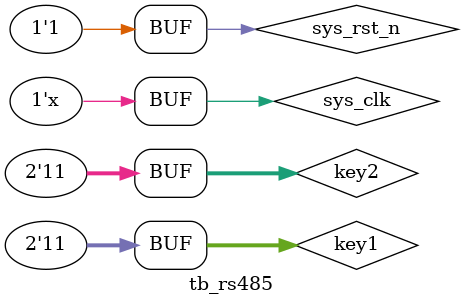
<source format=v>
`timescale  1ns/1ns

module  tb_rs485();

//********************************************************************//
//****************** Parameter and Internal Signal *******************//
//********************************************************************//

//wire  define
wire            rx1         ;
wire            work_en1    ;
wire            tx1         ;
wire    [3:0]   led1        ;
wire            work_en2    ;
wire            tx2         ;
wire    [3:0]   led2        ;

//reg   define
reg             sys_clk     ;
reg             sys_rst_n   ;
reg     [1:0]   key1        ;
reg     [1:0]   key2        ;

//********************************************************************//
//***************************** Main Code ****************************//
//********************************************************************//

//对sys_clk,sys_rst赋初值，并模拟按键抖动
initial
    begin
            sys_clk     =   1'b1 ;
            sys_rst_n   <=  1'b0 ;
            key1        <=  2'b11;
            key2        <=  2'b11;
    #200    sys_rst_n   <=  1'b1 ;
//按下流水灯按键
    #2000000    key1[0]      <=  1'b0;//按下按键
    #20         key1[0]      <=  1'b1;//模拟抖动
    #20         key1[0]      <=  1'b0;//模拟抖动
    #20         key1[0]      <=  1'b1;//模拟抖动
    #20         key1[0]      <=  1'b0;//模拟抖动
    #200        key1[0]      <=  1'b1;//松开按键
    #20         key1[0]      <=  1'b0;//模拟抖动
    #20         key1[0]      <=  1'b1;//模拟抖动
    #20         key1[0]      <=  1'b0;//模拟抖动
    #20         key1[0]      <=  1'b1;//模拟抖动
//按下呼吸灯按键
    #2000000    key1[1]      <=  1'b0;//按下按键
    #20         key1[1]      <=  1'b1;//模拟抖动
    #20         key1[1]      <=  1'b0;//模拟抖动
    #20         key1[1]      <=  1'b1;//模拟抖动
    #20         key1[1]      <=  1'b0;//模拟抖动
    #200        key1[1]      <=  1'b1;//松开按键
    #20         key1[1]      <=  1'b0;//模拟抖动
    #20         key1[1]      <=  1'b1;//模拟抖动
    #20         key1[1]      <=  1'b0;//模拟抖动
    #20         key1[1]      <=  1'b1;//模拟抖动
//按下呼吸灯按键
    #2000000    key1[1]      <=  1'b0;//按下按键
    #20         key1[1]      <=  1'b1;//模拟抖动
    #20         key1[1]      <=  1'b0;//模拟抖动
    #20         key1[1]      <=  1'b1;//模拟抖动
    #20         key1[1]      <=  1'b0;//模拟抖动
    #200        key1[1]      <=  1'b1;//松开按键
    #20         key1[1]      <=  1'b0;//模拟抖动
    #20         key1[1]      <=  1'b1;//模拟抖动
    #20         key1[1]      <=  1'b0;//模拟抖动
    #20         key1[1]      <=  1'b1;//模拟抖动
//按下呼吸灯按键
    #2000000    key1[1]      <=  1'b0;//按下按键
    #20         key1[1]      <=  1'b1;//模拟抖动
    #20         key1[1]      <=  1'b0;//模拟抖动
    #20         key1[1]      <=  1'b1;//模拟抖动
    #20         key1[1]      <=  1'b0;//模拟抖动
    #200        key1[1]      <=  1'b1;//松开按键
    #20         key1[1]      <=  1'b0;//模拟抖动
    #20         key1[1]      <=  1'b1;//模拟抖动
    #20         key1[1]      <=  1'b0;//模拟抖动
    #20         key1[1]      <=  1'b1;//模拟抖动
//按下流水灯灯按键
    #2000000    key1[0]      <=  1'b0;//按下按键
    #20         key1[0]      <=  1'b1;//模拟抖动
    #20         key1[0]      <=  1'b0;//模拟抖动
    #20         key1[0]      <=  1'b1;//模拟抖动
    #20         key1[0]      <=  1'b0;//模拟抖动
    #200        key1[0]      <=  1'b1;//松开按键
    #20         key1[0]      <=  1'b0;//模拟抖动
    #20         key1[0]      <=  1'b1;//模拟抖动
    #20         key1[0]      <=  1'b0;//模拟抖动
    #20         key1[0]      <=  1'b1;//模拟抖动
//按下流水灯灯按键
    #2000000    key1[0]      <=  1'b0;//按下按键
    #20         key1[0]      <=  1'b1;//模拟抖动
    #20         key1[0]      <=  1'b0;//模拟抖动
    #20         key1[0]      <=  1'b1;//模拟抖动
    #20         key1[0]      <=  1'b0;//模拟抖动
    #200        key1[0]      <=  1'b1;//松开按键
    #20         key1[0]      <=  1'b0;//模拟抖动
    #20         key1[0]      <=  1'b1;//模拟抖动
    #20         key1[0]      <=  1'b0;//模拟抖动
    #20         key1[0]      <=  1'b1;//模拟抖动
    end

//sys_clk:模拟系统时钟，每10ns电平取反一次，周期为20ns，频率为50Mhz
always #10 sys_clk = ~sys_clk;

//重新定义参数值，缩短仿真时间仿真
//发送板参数
defparam    rs485_inst1.key_filter_w.CNT_MAX         =   5      ;
defparam    rs485_inst1.key_filter_b.CNT_MAX         =   5      ;
defparam    rs485_inst1.uart_rx_inst.UART_BPS        =   1000000;
defparam    rs485_inst1.uart_tx_inst.UART_BPS        =   1000000;
defparam    rs485_inst1.water_led_inst.CNT_MAX       =   4000   ;
defparam    rs485_inst1.breath_led_inst.CNT_1US_MAX  =   4      ;
defparam    rs485_inst1.breath_led_inst.CNT_1MS_MAX  =   9      ;
defparam    rs485_inst1.breath_led_inst.CNT_1S_MAX   =   9      ;
//接收板参数
defparam    rs485_inst2.key_filter_w.CNT_MAX         =   5      ;
defparam    rs485_inst2.key_filter_b.CNT_MAX         =   5      ;
defparam    rs485_inst2.uart_rx_inst.UART_BPS        =   1000000;
defparam    rs485_inst2.uart_tx_inst.UART_BPS        =   1000000;
defparam    rs485_inst2.water_led_inst.CNT_MAX       =   4000   ;
defparam    rs485_inst2.breath_led_inst.CNT_1US_MAX  =   4      ;
defparam    rs485_inst2.breath_led_inst.CNT_1MS_MAX  =   99     ;
defparam    rs485_inst2.breath_led_inst.CNT_1S_MAX   =   99     ;


//********************************************************************//
//*************************** Instantiation **************************//
//********************************************************************//

//发送板
//-------------rs485_inst1-------------
rs485   rs485_inst1
(
    .sys_clk     (sys_clk    ),   //系统时钟，50MHz
    .sys_rst_n   (sys_rst_n  ),   //复位信号，低有效
    .rx          (rx1        ),   //串口接收数据
    .key         (key1       ),   //两个按键

    .work_en     (work_en1   ),   //发送使能，高有效
    .tx          (tx1        ),   //串口发送数据
    .led         (led_tx1    )    //led灯

);

//接收板
//-------------rs485_inst2-------------
rs485   rs485_inst2
(
    .sys_clk     (sys_clk    ),   //系统时钟，50MHz
    .sys_rst_n   (sys_rst_n  ),   //复位信号，低有效
    .rx          (tx1        ),   //串口接收数据
    .key         (key2       ),   //两个按键

    .work_en     (work_en2   ),   //发送使能，高有效
    .tx          (tx2        ),   //串口发送数据
    .led         (led_rx2    )    //led灯

);
endmodule

</source>
